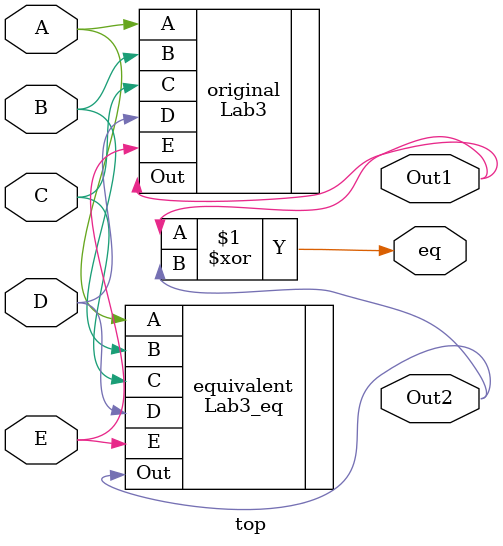
<source format=v>
`timescale 1ns / 1ps

module top(A,B,C,D,E,Out1,Out2,eq);

input A;
input B;
input C; 
input D; 
input E; 
output Out1;
output Out2;
output eq;          

wire Out;   
            
Lab3 original(.A(A), .B(B), .C(C), .D(D), .E(E), .Out(Out1));
Lab3_eq equivalent(.A(A), .B(B), .C(C), .D(D), .E(E), .Out(Out2));

assign eq = Out1 ^ Out2; //XOR

endmodule

</source>
